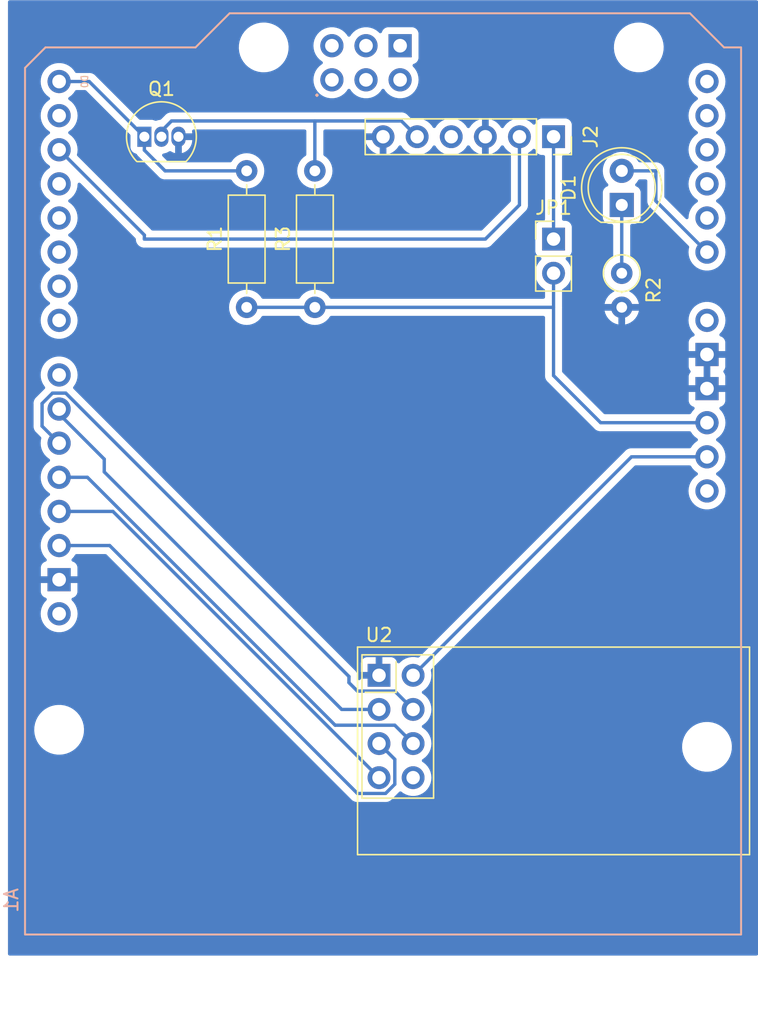
<source format=kicad_pcb>
(kicad_pcb (version 20221018) (generator pcbnew)
  (title_block (title "MySensors DSMR"))
  (layers (0 "F.Cu" signal) (31 "B.Cu" signal) (34 "B.Paste" user) (35 "F.Paste" user) (36 "B.SilkS" user "B.Silkscreen") (37 "F.SilkS" user "F.Silkscreen") (38 "B.Mask" user) (39 "F.Mask" user) (44 "Edge.Cuts" user))
  (net 0 "")
  (net 1 "+5V")
  (net 2 "+3V3")
  (net 3 "GND")
  (net 4 "TX")
  (net 6 "DTR")
  (net 7 "Net-(J2-Pin_1)")
  (net 8 "LED")
  (net 9 "SCK")
  (net 10 "MISO")
  (net 11 "MOSI")
  (net 12 "CE")
  (net 14 "CS")
  (net 15 "Net-(D1-K)")
  (net 16 "TX inverted")
  (footprint "LED_THT:LED_D5.0mm" (layer "F.Cu") (at 109.22 68.58 90)
    (fp_text reference "D1" (at 1.27 -3.96 90) (layer "F.SilkS"))
    (fp_text value "LED")
    (fp_line (start -1.29 -1.545) (end -1.29 1.545) (stroke (width 0.12)) (layer "F.SilkS"))
    (fp_arc (start -1.29 -1.54483) (mid 2.072002 -2.880433) (end 4.26 0.000462) (stroke (width 0.12)) (layer "F.SilkS"))
    (fp_arc (start 4.26 -0.000462) (mid 2.072002 2.880433) (end -1.29 1.54483) (stroke (width 0.12)) (layer "F.SilkS"))
    (fp_circle (center 1.27 0) (end 3.77 0) (stroke (width 0.12)) (fill none) (layer "F.SilkS"))
    (pad "1" thru_hole rect (at 0 0 90) (size 1.8 1.8) (drill 0.9) (layers "*.Cu" "*.Mask") (net 15 "Net-(D1-K)"))
    (pad "2" thru_hole circle (at 2.54 0 90) (size 1.8 1.8) (drill 0.9) (layers "*.Cu" "*.Mask") (net 8 "LED"))
  )
  (footprint "Resistor_THT:R_Axial_DIN0207_L6.3mm_D2.5mm_P2.54mm_Vertical" (layer "F.Cu") (at 109.22 73.66 -90)
    (fp_text reference "R2" (at 1.27 -2.37 90) (layer "F.SilkS"))
    (fp_text value "330")
    (fp_line (start 1.37 0) (end 1.44 0) (stroke (width 0.12)) (layer "F.SilkS"))
    (fp_circle (center 0 0) (end 1.37 0) (stroke (width 0.12)) (fill none) (layer "F.SilkS"))
    (pad "1" thru_hole circle (at 0 0 270) (size 1.6 1.6) (drill 0.8) (layers "*.Cu" "*.Mask") (net 15 "Net-(D1-K)"))
    (pad "2" thru_hole oval (at 2.54 0 270) (size 1.6 1.6) (drill 0.8) (layers "*.Cu" "*.Mask") (net 3 "GND"))
  )
  (footprint "RF_Module:nRF24L01_Breakout" (layer "F.Cu") (at 91.14 103.595)
    (fp_text reference "U2" (at 0 -3) (layer "F.SilkS"))
    (fp_text value "NRF24L01_Breakout")
    (fp_line (start -1.6 -2.1) (end -1.6 -2.1) (stroke (width 0.12)) (layer "F.SilkS"))
    (fp_line (start -1.6 -2.1) (end 27.6 -2.1) (stroke (width 0.12)) (layer "F.SilkS"))
    (fp_line (start -1.6 13.35) (end -1.6 -2.1) (stroke (width 0.12)) (layer "F.SilkS"))
    (fp_line (start -1.27 -1.524) (end -1.27 -1.524) (stroke (width 0.12)) (layer "F.SilkS"))
    (fp_line (start -1.27 -1.524) (end 4.064 -1.524) (stroke (width 0.12)) (layer "F.SilkS"))
    (fp_line (start -1.27 9.144) (end -1.27 -1.524) (stroke (width 0.12)) (layer "F.SilkS"))
    (fp_line (start -1.27 9.144) (end -1.27 9.144) (stroke (width 0.12)) (layer "F.SilkS"))
    (fp_line (start -1.016 1.27) (end -1.016 1.27) (stroke (width 0.12)) (layer "F.SilkS"))
    (fp_line (start 1.27 -1.016) (end 1.27 1.27) (stroke (width 0.12)) (layer "F.SilkS"))
    (fp_line (start 1.27 1.27) (end -1.016 1.27) (stroke (width 0.12)) (layer "F.SilkS"))
    (fp_line (start 4.064 -1.524) (end 4.064 9.144) (stroke (width 0.12)) (layer "F.SilkS"))
    (fp_line (start 4.064 9.144) (end -1.27 9.144) (stroke (width 0.12)) (layer "F.SilkS"))
    (fp_line (start 27.6 -2.1) (end 27.6 13.35) (stroke (width 0.12)) (layer "F.SilkS"))
    (fp_line (start 27.6 13.35) (end -1.6 13.35) (stroke (width 0.12)) (layer "F.SilkS"))
    (pad "1" thru_hole rect (at 0 0) (size 1.7 1.7) (drill 1) (layers "*.Cu" "*.Mask") (net 3 "GND"))
    (pad "2" thru_hole circle (at 2.54 0) (size 1.7 1.7) (drill 1) (layers "*.Cu" "*.Mask") (net 2 "+3V3"))
    (pad "3" thru_hole circle (at 0 2.54) (size 1.7 1.7) (drill 1) (layers "*.Cu" "*.Mask") (net 12 "CE"))
    (pad "4" thru_hole circle (at 2.54 2.54) (size 1.7 1.7) (drill 1) (layers "*.Cu" "*.Mask") (net 14 "CS"))
    (pad "5" thru_hole circle (at 0 5.08) (size 1.7 1.7) (drill 1) (layers "*.Cu" "*.Mask") (net 9 "SCK"))
    (pad "6" thru_hole circle (at 2.54 5.08) (size 1.7 1.7) (drill 1) (layers "*.Cu" "*.Mask") (net 11 "MOSI"))
    (pad "7" thru_hole circle (at 0 7.62) (size 1.7 1.7) (drill 1) (layers "*.Cu" "*.Mask") (net 10 "MISO"))
    (pad "8" thru_hole circle (at 2.54 7.62) (size 1.7 1.7) (drill 1) (layers "*.Cu" "*.Mask"))
  )
  (footprint "Connector_PinSocket_2.54mm:PinSocket_1x06_P2.54mm_Vertical" (layer "F.Cu") (at 104.14 63.5 -90)
    (fp_text reference "J2" (at 0 -2.77 90) (layer "F.SilkS"))
    (fp_text value "Conn_01x06_Socket")
    (fp_line (start -1.33 1.27) (end -1.33 14.03) (stroke (width 0.12)) (layer "F.SilkS"))
    (fp_line (start -1.33 1.27) (end 1.33 1.27) (stroke (width 0.12)) (layer "F.SilkS"))
    (fp_line (start -1.33 14.03) (end 1.33 14.03) (stroke (width 0.12)) (layer "F.SilkS"))
    (fp_line (start 0 -1.33) (end 1.33 -1.33) (stroke (width 0.12)) (layer "F.SilkS"))
    (fp_line (start 1.33 -1.33) (end 1.33 0) (stroke (width 0.12)) (layer "F.SilkS"))
    (fp_line (start 1.33 1.27) (end 1.33 14.03) (stroke (width 0.12)) (layer "F.SilkS"))
    (pad "1" thru_hole rect (at 0 0 270) (size 1.7 1.7) (drill 1) (layers "*.Cu" "*.Mask") (net 7 "Net-(J2-Pin_1)"))
    (pad "2" thru_hole oval (at 0 2.54 270) (size 1.7 1.7) (drill 1) (layers "*.Cu" "*.Mask") (net 6 "DTR"))
    (pad "3" thru_hole oval (at 0 5.08 270) (size 1.7 1.7) (drill 1) (layers "*.Cu" "*.Mask") (net 3 "GND"))
    (pad "4" thru_hole oval (at 0 7.62 270) (size 1.7 1.7) (drill 1) (layers "*.Cu" "*.Mask"))
    (pad "5" thru_hole oval (at 0 10.16 270) (size 1.7 1.7) (drill 1) (layers "*.Cu" "*.Mask") (net 4 "TX"))
    (pad "6" thru_hole oval (at 0 12.7 270) (size 1.7 1.7) (drill 1) (layers "*.Cu" "*.Mask") (net 3 "GND"))
  )
  (footprint "Package_TO_SOT_THT:TO-92_Inline" (layer "F.Cu") (at 73.66 63.5)
    (fp_text reference "Q1" (at 1.27 -3.56) (layer "F.SilkS"))
    (fp_text value "BS170")
    (fp_line (start -0.53 1.85) (end 3.07 1.85) (stroke (width 0.12)) (layer "F.SilkS"))
    (fp_arc (start -0.568478 1.838478) (mid -1.132087 -0.994977) (end 1.27 -2.6) (stroke (width 0.12)) (layer "F.SilkS"))
    (fp_arc (start 1.27 -2.6) (mid 3.672087 -0.994977) (end 3.108478 1.838478) (stroke (width 0.12)) (layer "F.SilkS"))
    (pad "1" thru_hole rect (at 0 0) (size 1.05 1.5) (drill 0.75) (layers "*.Cu" "*.Mask") (net 16 "TX inverted"))
    (pad "2" thru_hole oval (at 1.27 0) (size 1.05 1.5) (drill 0.75) (layers "*.Cu" "*.Mask") (net 4 "TX"))
    (pad "3" thru_hole oval (at 2.54 0) (size 1.05 1.5) (drill 0.75) (layers "*.Cu" "*.Mask") (net 3 "GND"))
  )
  (footprint "Resistor_THT:R_Axial_DIN0207_L6.3mm_D2.5mm_P10.16mm_Horizontal" (layer "F.Cu") (at 86.36 76.2 90)
    (fp_text reference "R3" (at 5.08 -2.37 90) (layer "F.SilkS"))
    (fp_text value "4k7")
    (fp_line (start 1.04 0) (end 1.81 0) (stroke (width 0.12)) (layer "F.SilkS"))
    (fp_line (start 1.81 -1.37) (end 1.81 1.37) (stroke (width 0.12)) (layer "F.SilkS"))
    (fp_line (start 1.81 1.37) (end 8.35 1.37) (stroke (width 0.12)) (layer "F.SilkS"))
    (fp_line (start 8.35 -1.37) (end 1.81 -1.37) (stroke (width 0.12)) (layer "F.SilkS"))
    (fp_line (start 8.35 1.37) (end 8.35 -1.37) (stroke (width 0.12)) (layer "F.SilkS"))
    (fp_line (start 9.12 0) (end 8.35 0) (stroke (width 0.12)) (layer "F.SilkS"))
    (pad "1" thru_hole circle (at 0 0 90) (size 1.6 1.6) (drill 0.8) (layers "*.Cu" "*.Mask") (net 1 "+5V"))
    (pad "2" thru_hole oval (at 10.16 0 90) (size 1.6 1.6) (drill 0.8) (layers "*.Cu" "*.Mask") (net 4 "TX"))
  )
  (footprint "Connector_PinHeader_2.54mm:PinHeader_1x02_P2.54mm_Vertical" (layer "F.Cu") (at 104.14 71.12)
    (fp_text reference "JP1" (at 0 -2.33) (layer "F.SilkS"))
    (fp_text value "DSMR +5V")
    (fp_line (start -1.33 -1.33) (end 0 -1.33) (stroke (width 0.12)) (layer "F.SilkS"))
    (fp_line (start -1.33 0) (end -1.33 -1.33) (stroke (width 0.12)) (layer "F.SilkS"))
    (fp_line (start -1.33 1.27) (end -1.33 3.87) (stroke (width 0.12)) (layer "F.SilkS"))
    (fp_line (start -1.33 1.27) (end 1.33 1.27) (stroke (width 0.12)) (layer "F.SilkS"))
    (fp_line (start -1.33 3.87) (end 1.33 3.87) (stroke (width 0.12)) (layer "F.SilkS"))
    (fp_line (start 1.33 1.27) (end 1.33 3.87) (stroke (width 0.12)) (layer "F.SilkS"))
    (pad "1" thru_hole rect (at 0 0) (size 1.7 1.7) (drill 1) (layers "*.Cu" "*.Mask") (net 7 "Net-(J2-Pin_1)"))
    (pad "2" thru_hole oval (at 0 2.54) (size 1.7 1.7) (drill 1) (layers "*.Cu" "*.Mask") (net 1 "+5V"))
  )
  (footprint "Resistor_THT:R_Axial_DIN0207_L6.3mm_D2.5mm_P10.16mm_Horizontal" (layer "F.Cu") (at 81.28 76.2 90)
    (fp_text reference "R1" (at 5.08 -2.37 90) (layer "F.SilkS"))
    (fp_text value "10k")
    (fp_line (start 1.04 0) (end 1.81 0) (stroke (width 0.12)) (layer "F.SilkS"))
    (fp_line (start 1.81 -1.37) (end 1.81 1.37) (stroke (width 0.12)) (layer "F.SilkS"))
    (fp_line (start 1.81 1.37) (end 8.35 1.37) (stroke (width 0.12)) (layer "F.SilkS"))
    (fp_line (start 8.35 -1.37) (end 1.81 -1.37) (stroke (width 0.12)) (layer "F.SilkS"))
    (fp_line (start 8.35 1.37) (end 8.35 -1.37) (stroke (width 0.12)) (layer "F.SilkS"))
    (fp_line (start 9.12 0) (end 8.35 0) (stroke (width 0.12)) (layer "F.SilkS"))
    (pad "1" thru_hole circle (at 0 0 90) (size 1.6 1.6) (drill 0.8) (layers "*.Cu" "*.Mask") (net 1 "+5V"))
    (pad "2" thru_hole oval (at 10.16 0 90) (size 1.6 1.6) (drill 0.8) (layers "*.Cu" "*.Mask") (net 16 "TX inverted"))
  )
  (footprint "PCM_arduino-library:Arduino_Uno_R2_Shield" (layer "F.Cu") (at 118.11 122.890119 90)
    (fp_text reference "A1" (at 2.54 -54.356 90) (layer "B.SilkS") (effects (justify mirror)))
    (fp_text value "Arduino_Uno_R2_Shield")
    (fp_text user "D0" (at 63.5 -48.895 90 unlocked) (layer "B.SilkS") (effects (font (size 0.5 0.5) (thickness 0.075)) (justify mirror)))
    (fp_text user "." (at 62.484 -32.004 90) (layer "B.SilkS"))
    (fp_text user "." (at 62.484 -32.004 90) (layer "F.SilkS"))
    (fp_text user "D0" (at 63.5 -48.895 90 unlocked) (layer "F.SilkS") (effects (font (size 0.5 0.5) (thickness 0.075))))
    (fp_line (start 0 -53.34) (end 0 0) (stroke (width 0.15)) (layer "B.SilkS"))
    (fp_line (start 0 -53.34) (end 64.516 -53.34) (stroke (width 0.15)) (layer "B.SilkS"))
    (fp_line (start 0 0) (end 66.04 0) (stroke (width 0.15)) (layer "B.SilkS"))
    (fp_line (start 64.516 -53.34) (end 66.04 -51.816) (stroke (width 0.15)) (layer "B.SilkS"))
    (fp_line (start 66.04 -40.64) (end 66.04 -51.816) (stroke (width 0.15)) (layer "B.SilkS"))
    (fp_line (start 66.04 -1.27) (end 68.58 -3.81) (stroke (width 0.15)) (layer "B.SilkS"))
    (fp_line (start 66.04 0) (end 66.04 -1.27) (stroke (width 0.15)) (layer "B.SilkS"))
    (fp_line (start 68.58 -38.1) (end 66.04 -40.64) (stroke (width 0.15)) (layer "B.SilkS"))
    (fp_line (start 68.58 -3.81) (end 68.58 -38.1) (stroke (width 0.15)) (layer "B.SilkS"))
    (pad "" np_thru_hole circle (at 13.97 -2.54 90) (size 3.2 3.2) (drill 3.2) (layers "*.Cu" "*.Mask"))
    (pad "" np_thru_hole circle (at 15.24 -50.8 90) (size 3.2 3.2) (drill 3.2) (layers "*.Cu" "*.Mask"))
    (pad "" np_thru_hole circle (at 66.04 -35.56 90) (size 3.2 3.2) (drill 3.2) (layers "*.Cu" "*.Mask"))
    (pad "" np_thru_hole circle (at 66.04 -7.62 90) (size 3.2 3.2) (drill 3.2) (layers "*.Cu" "*.Mask"))
    (pad "3V3" thru_hole oval (at 35.56 -2.54 90) (size 1.7272 1.7272) (drill 1.016) (layers "*.Cu" "*.Mask") (net 2 "+3V3"))
    (pad "5V1" thru_hole oval (at 38.1 -2.54 90) (size 1.7272 1.7272) (drill 1.016) (layers "*.Cu" "*.Mask") (net 1 "+5V"))
    (pad "5V2" thru_hole oval (at 66.167 -30.48 90) (size 1.7272 1.7272) (drill 1.016) (layers "*.Cu" "*.Mask"))
    (pad "A0" thru_hole oval (at 50.8 -2.54 90) (size 1.7272 1.7272) (drill 1.016) (layers "*.Cu" "*.Mask") (net 8 "LED"))
    (pad "A1" thru_hole oval (at 53.34 -2.54 90) (size 1.7272 1.7272) (drill 1.016) (layers "*.Cu" "*.Mask"))
    (pad "A2" thru_hole oval (at 55.88 -2.54 90) (size 1.7272 1.7272) (drill 1.016) (layers "*.Cu" "*.Mask"))
    (pad "A3" thru_hole oval (at 58.42 -2.54 90) (size 1.7272 1.7272) (drill 1.016) (layers "*.Cu" "*.Mask"))
    (pad "A4" thru_hole oval (at 60.96 -2.54 90) (size 1.7272 1.7272) (drill 1.016) (layers "*.Cu" "*.Mask"))
    (pad "A5" thru_hole oval (at 63.5 -2.54 90) (size 1.7272 1.7272) (drill 1.016) (layers "*.Cu" "*.Mask"))
    (pad "AREF" thru_hole oval (at 23.876 -50.8 90) (size 1.7272 1.7272) (drill 1.016) (layers "*.Cu" "*.Mask"))
    (pad "D0" thru_hole oval (at 63.5 -50.8 90) (size 1.7272 1.7272) (drill 1.016) (layers "*.Cu" "*.Mask") (net 16 "TX inverted"))
    (pad "D1" thru_hole oval (at 60.96 -50.8 90) (size 1.7272 1.7272) (drill 1.016) (layers "*.Cu" "*.Mask"))
    (pad "D2" thru_hole oval (at 58.42 -50.8 90) (size 1.7272 1.7272) (drill 1.016) (layers "*.Cu" "*.Mask") (net 6 "DTR"))
    (pad "D3" thru_hole oval (at 55.88 -50.8 90) (size 1.7272 1.7272) (drill 1.016) (layers "*.Cu" "*.Mask"))
    (pad "D4" thru_hole oval (at 53.34 -50.8 90) (size 1.7272 1.7272) (drill 1.016) (layers "*.Cu" "*.Mask"))
    (pad "D5" thru_hole oval (at 50.8 -50.8 90) (size 1.7272 1.7272) (drill 1.016) (layers "*.Cu" "*.Mask"))
    (pad "D6" thru_hole oval (at 48.26 -50.8 90) (size 1.7272 1.7272) (drill 1.016) (layers "*.Cu" "*.Mask"))
    (pad "D7" thru_hole oval (at 45.72 -50.8 90) (size 1.7272 1.7272) (drill 1.016) (layers "*.Cu" "*.Mask"))
    (pad "D8" thru_hole oval (at 41.656 -50.8 90) (size 1.7272 1.7272) (drill 1.016) (layers "*.Cu" "*.Mask"))
    (pad "D9" thru_hole oval (at 39.116 -50.8 90) (size 1.7272 1.7272) (drill 1.016) (layers "*.Cu" "*.Mask") (net 12 "CE"))
    (pad "D10" thru_hole oval (at 36.576 -50.8 90) (size 1.7272 1.7272) (drill 1.016) (layers "*.Cu" "*.Mask") (net 14 "CS"))
    (pad "D11" thru_hole oval (at 34.036 -50.8 90) (size 1.7272 1.7272) (drill 1.016) (layers "*.Cu" "*.Mask") (net 11 "MOSI"))
    (pad "D12" thru_hole oval (at 31.496 -50.8 90) (size 1.7272 1.7272) (drill 1.016) (layers "*.Cu" "*.Mask") (net 10 "MISO"))
    (pad "D13" thru_hole oval (at 28.956 -50.8 90) (size 1.7272 1.7272) (drill 1.016) (layers "*.Cu" "*.Mask") (net 9 "SCK"))
    (pad "GND1" thru_hole rect (at 26.416 -50.8 90) (size 1.7272 1.7272) (drill 1.016) (layers "*.Cu" "*.Mask") (net 3 "GND"))
    (pad "GND2" thru_hole rect (at 40.64 -2.54 90) (size 1.7272 1.7272) (drill 1.016) (layers "*.Cu" "*.Mask") (net 3 "GND"))
    (pad "GND3" thru_hole rect (at 43.18 -2.54 90) (size 1.7272 1.7272) (drill 1.016) (layers "*.Cu" "*.Mask") (net 3 "GND"))
    (pad "GND4" thru_hole rect (at 66.167 -25.4 90) (size 1.7272 1.7272) (drill 1.016) (layers "*.Cu" "*.Mask"))
    (pad "MISO" thru_hole oval (at 63.627 -30.48 90) (size 1.7272 1.7272) (drill 1.016) (layers "*.Cu" "*.Mask"))
    (pad "MOSI" thru_hole oval (at 66.167 -27.94 90) (size 1.7272 1.7272) (drill 1.016) (layers "*.Cu" "*.Mask"))
    (pad "RST1" thru_hole oval (at 33.02 -2.54 90) (size 1.7272 1.7272) (drill 1.016) (layers "*.Cu" "*.Mask"))
    (pad "RST2" thru_hole oval (at 63.627 -25.4 90) (size 1.7272 1.7272) (drill 1.016) (layers "*.Cu" "*.Mask"))
    (pad "SCK" thru_hole oval (at 63.627 -27.94 90) (size 1.7272 1.7272) (drill 1.016) (layers "*.Cu" "*.Mask"))
    (pad "VIN" thru_hole oval (at 45.72 -2.54 90) (size 1.7272 1.7272) (drill 1.016) (layers "*.Cu" "*.Mask"))
  )
  (segment (start 86.36 76.2) (end 81.28 76.2) (width 0.25) (layer "B.Cu") (net 1))
  (segment (start 104.14 76.2) (end 86.36 76.2) (width 0.25) (layer "B.Cu") (net 1))
  (segment (start 104.14 76.2) (end 104.14 81.28) (width 0.25) (layer "B.Cu") (net 1))
  (segment (start 104.14 73.66) (end 104.14 76.2) (width 0.25) (layer "B.Cu") (net 1))
  (segment (start 104.14 81.28) (end 107.650119 84.790119) (width 0.25) (layer "B.Cu") (net 1))
  (segment (start 107.650119 84.790119) (end 115.57 84.790119) (width 0.25) (layer "B.Cu") (net 1))
  (segment (start 109.944881 87.330119) (end 115.57 87.330119) (width 0.25) (layer "B.Cu") (net 2))
  (segment (start 93.68 103.595) (end 109.944881 87.330119) (width 0.25) (layer "B.Cu") (net 2))
  (segment (start 93.98 63.5) (end 92.805 62.325) (width 0.25) (layer "B.Cu") (net 4))
  (segment (start 74.93 63.08) (end 74.93 63.5) (width 0.25) (layer "B.Cu") (net 4))
  (segment (start 86.36 62.325) (end 75.685 62.325) (width 0.25) (layer "B.Cu") (net 4))
  (segment (start 92.805 62.325) (end 86.36 62.325) (width 0.25) (layer "B.Cu") (net 4))
  (segment (start 86.36 66.04) (end 86.36 62.325) (width 0.25) (layer "B.Cu") (net 4))
  (segment (start 75.685 62.325) (end 74.93 63.08) (width 0.25) (layer "B.Cu") (net 4))
  (segment (start 99.06 71.12) (end 101.6 68.58) (width 0.25) (layer "B.Cu") (net 6))
  (segment (start 73.66 71.12) (end 99.06 71.12) (width 0.25) (layer "B.Cu") (net 6))
  (segment (start 73.66 70.820119) (end 73.66 71.12) (width 0.25) (layer "B.Cu") (net 6))
  (segment (start 67.31 64.470119) (end 73.66 70.820119) (width 0.25) (layer "B.Cu") (net 6))
  (segment (start 101.6 68.58) (end 101.6 63.5) (width 0.25) (layer "B.Cu") (net 6))
  (segment (start 104.14 71.12) (end 104.14 63.5) (width 0.25) (layer "B.Cu") (net 7))
  (segment (start 111.76 68.280119) (end 115.57 72.090119) (width 0.25) (layer "B.Cu") (net 8))
  (segment (start 111.76 66.04) (end 111.76 68.280119) (width 0.25) (layer "B.Cu") (net 8))
  (segment (start 109.22 66.04) (end 111.76 66.04) (width 0.25) (layer "B.Cu") (net 8))
  (segment (start 91.14 108.675) (end 92.315 109.85) (width 0.25) (layer "B.Cu") (net 9))
  (segment (start 92.315 109.85) (end 92.315 111.701701) (width 0.25) (layer "B.Cu") (net 9))
  (segment (start 89.53 112.39) (end 71.074119 93.934119) (width 0.25) (layer "B.Cu") (net 9))
  (segment (start 91.626701 112.39) (end 89.53 112.39) (width 0.25) (layer "B.Cu") (net 9))
  (segment (start 71.074119 93.934119) (end 67.31 93.934119) (width 0.25) (layer "B.Cu") (net 9))
  (segment (start 92.315 111.701701) (end 91.626701 112.39) (width 0.25) (layer "B.Cu") (net 9))
  (segment (start 91.14 111.215) (end 71.319119 91.394119) (width 0.25) (layer "B.Cu") (net 10))
  (segment (start 71.319119 91.394119) (end 67.31 91.394119) (width 0.25) (layer "B.Cu") (net 10))
  (segment (start 69.415515 88.854119) (end 67.31 88.854119) (width 0.25) (layer "B.Cu") (net 11))
  (segment (start 93.68 108.675) (end 92.315 107.31) (width 0.25) (layer "B.Cu") (net 11))
  (segment (start 87.871396 107.31) (end 69.415515 88.854119) (width 0.25) (layer "B.Cu") (net 11))
  (segment (start 92.315 107.31) (end 87.871396 107.31) (width 0.25) (layer "B.Cu") (net 11))
  (segment (start 70.671728 88.451728) (end 70.671728 87.502719) (width 0.25) (layer "B.Cu") (net 12))
  (segment (start 88.355 106.135) (end 70.671728 88.451728) (width 0.25) (layer "B.Cu") (net 12))
  (segment (start 70.671728 87.502719) (end 67.31 84.140991) (width 0.25) (layer "B.Cu") (net 12))
  (segment (start 67.31 84.140991) (end 67.31 83.774119) (width 0.25) (layer "B.Cu") (net 12))
  (segment (start 91.14 106.135) (end 88.355 106.135) (width 0.25) (layer "B.Cu") (net 12))
  (segment (start 67.802335 82.585519) (end 66.817665 82.585519) (width 0.25) (layer "B.Cu") (net 14))
  (segment (start 88.9 104.14) (end 88.9 103.683184) (width 0.25) (layer "B.Cu") (net 14))
  (segment (start 88.9 103.683184) (end 67.802335 82.585519) (width 0.25) (layer "B.Cu") (net 14))
  (segment (start 92.315 104.77) (end 89.53 104.77) (width 0.25) (layer "B.Cu") (net 14))
  (segment (start 66.04 85.044119) (end 67.31 86.314119) (width 0.25) (layer "B.Cu") (net 14))
  (segment (start 66.04 83.363184) (end 66.04 85.044119) (width 0.25) (layer "B.Cu") (net 14))
  (segment (start 93.68 106.135) (end 92.315 104.77) (width 0.25) (layer "B.Cu") (net 14))
  (segment (start 66.817665 82.585519) (end 66.04 83.363184) (width 0.25) (layer "B.Cu") (net 14))
  (segment (start 89.53 104.77) (end 88.9 104.14) (width 0.25) (layer "B.Cu") (net 14))
  (segment (start 109.22 68.58) (end 109.22 73.66) (width 0.25) (layer "B.Cu") (net 15))
  (segment (start 73.66 64.5) (end 73.66 63.5) (width 0.25) (layer "B.Cu") (net 16))
  (segment (start 69.550119 59.390119) (end 73.66 63.5) (width 0.25) (layer "B.Cu") (net 16))
  (segment (start 81.28 66.04) (end 75.2 66.04) (width 0.25) (layer "B.Cu") (net 16))
  (segment (start 67.31 59.390119) (end 69.550119 59.390119) (width 0.25) (layer "B.Cu") (net 16))
  (segment (start 75.2 66.04) (end 73.66 64.5) (width 0.25) (layer "B.Cu") (net 16))
  (zone (net 3) (net_name "GND") (layer "B.Cu") (connect_pads (clearance 0.508)) (min_thickness 0.25) (fill yes (thermal_gap 0.5) (thermal_bridge_width 0.5))
    (polygon (pts (xy 63.5 53.34) (xy 119.38 53.34) (xy 119.38 124.46) (xy 63.5 124.46)))
  )
)
</source>
